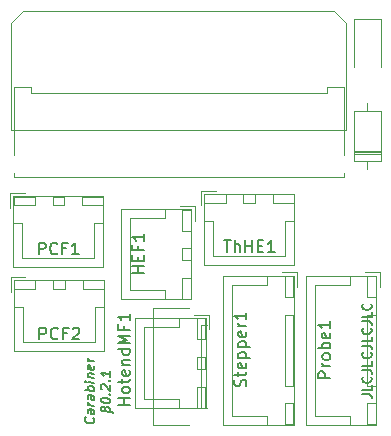
<source format=gbr>
G04 #@! TF.GenerationSoftware,KiCad,Pcbnew,5.1.6+dfsg1-1*
G04 #@! TF.CreationDate,2020-12-20T23:12:48+01:00*
G04 #@! TF.ProjectId,carabiner,63617261-6269-46e6-9572-2e6b69636164,rev?*
G04 #@! TF.SameCoordinates,Original*
G04 #@! TF.FileFunction,Legend,Top*
G04 #@! TF.FilePolarity,Positive*
%FSLAX46Y46*%
G04 Gerber Fmt 4.6, Leading zero omitted, Abs format (unit mm)*
G04 Created by KiCad (PCBNEW 5.1.6+dfsg1-1) date 2020-12-20 23:12:48*
%MOMM*%
%LPD*%
G01*
G04 APERTURE LIST*
%ADD10C,0.150000*%
%ADD11C,0.120000*%
G04 APERTURE END LIST*
D10*
X57910714Y-68001473D02*
X57948809Y-68044330D01*
X57986904Y-68163377D01*
X57986904Y-68239568D01*
X57948809Y-68349092D01*
X57872619Y-68415758D01*
X57796428Y-68444330D01*
X57644047Y-68463377D01*
X57529761Y-68449092D01*
X57377380Y-68391949D01*
X57301190Y-68344330D01*
X57225000Y-68258616D01*
X57186904Y-68139568D01*
X57186904Y-68063377D01*
X57225000Y-67953854D01*
X57263095Y-67920520D01*
X57986904Y-67325282D02*
X57567857Y-67272901D01*
X57491666Y-67301473D01*
X57453571Y-67372901D01*
X57453571Y-67525282D01*
X57491666Y-67606235D01*
X57948809Y-67320520D02*
X57986904Y-67401473D01*
X57986904Y-67591949D01*
X57948809Y-67663377D01*
X57872619Y-67691949D01*
X57796428Y-67682425D01*
X57720238Y-67634806D01*
X57682142Y-67553854D01*
X57682142Y-67363377D01*
X57644047Y-67282425D01*
X57986904Y-66944330D02*
X57453571Y-66877663D01*
X57605952Y-66896711D02*
X57529761Y-66849092D01*
X57491666Y-66806235D01*
X57453571Y-66725282D01*
X57453571Y-66649092D01*
X57986904Y-66106235D02*
X57567857Y-66053854D01*
X57491666Y-66082425D01*
X57453571Y-66153854D01*
X57453571Y-66306235D01*
X57491666Y-66387187D01*
X57948809Y-66101473D02*
X57986904Y-66182425D01*
X57986904Y-66372901D01*
X57948809Y-66444330D01*
X57872619Y-66472901D01*
X57796428Y-66463377D01*
X57720238Y-66415758D01*
X57682142Y-66334806D01*
X57682142Y-66144330D01*
X57644047Y-66063377D01*
X57986904Y-65725282D02*
X57186904Y-65625282D01*
X57491666Y-65663377D02*
X57453571Y-65582425D01*
X57453571Y-65430044D01*
X57491666Y-65358616D01*
X57529761Y-65325282D01*
X57605952Y-65296711D01*
X57834523Y-65325282D01*
X57910714Y-65372901D01*
X57948809Y-65415758D01*
X57986904Y-65496711D01*
X57986904Y-65649092D01*
X57948809Y-65720520D01*
X57986904Y-65001473D02*
X57453571Y-64934806D01*
X57186904Y-64901473D02*
X57225000Y-64944330D01*
X57263095Y-64910997D01*
X57225000Y-64868139D01*
X57186904Y-64901473D01*
X57263095Y-64910997D01*
X57453571Y-64553854D02*
X57986904Y-64620520D01*
X57529761Y-64563377D02*
X57491666Y-64520520D01*
X57453571Y-64439568D01*
X57453571Y-64325282D01*
X57491666Y-64253854D01*
X57567857Y-64225282D01*
X57986904Y-64277663D01*
X57948809Y-63587187D02*
X57986904Y-63668139D01*
X57986904Y-63820520D01*
X57948809Y-63891949D01*
X57872619Y-63920520D01*
X57567857Y-63882425D01*
X57491666Y-63834806D01*
X57453571Y-63753854D01*
X57453571Y-63601473D01*
X57491666Y-63530044D01*
X57567857Y-63501473D01*
X57644047Y-63510997D01*
X57720238Y-63901473D01*
X57986904Y-63210997D02*
X57453571Y-63144330D01*
X57605952Y-63163377D02*
X57529761Y-63115758D01*
X57491666Y-63072901D01*
X57453571Y-62991949D01*
X57453571Y-62915758D01*
X58879761Y-67191949D02*
X58917857Y-67120520D01*
X58955952Y-67087187D01*
X59032142Y-67058616D01*
X59184523Y-67077663D01*
X59260714Y-67125282D01*
X59298809Y-67168139D01*
X59336904Y-67249092D01*
X59336904Y-67363377D01*
X59298809Y-67434806D01*
X59260714Y-67468139D01*
X59603571Y-67587187D02*
X59565476Y-67544330D01*
X59489285Y-67496711D01*
X58651190Y-67391949D01*
X58575000Y-67344330D01*
X58536904Y-67263377D01*
X58536904Y-67149092D01*
X58575000Y-67077663D01*
X58651190Y-67049092D01*
X58765476Y-67063377D01*
X58841666Y-67110997D01*
X58879761Y-67191949D01*
X58879761Y-67268139D01*
X58536904Y-66501473D02*
X58536904Y-66425282D01*
X58575000Y-66353854D01*
X58613095Y-66320520D01*
X58689285Y-66291949D01*
X58841666Y-66272901D01*
X59032142Y-66296711D01*
X59184523Y-66353854D01*
X59260714Y-66401473D01*
X59298809Y-66444330D01*
X59336904Y-66525282D01*
X59336904Y-66601473D01*
X59298809Y-66672901D01*
X59260714Y-66706235D01*
X59184523Y-66734806D01*
X59032142Y-66753854D01*
X58841666Y-66730044D01*
X58689285Y-66672901D01*
X58613095Y-66625282D01*
X58575000Y-66582425D01*
X58536904Y-66501473D01*
X59260714Y-65982425D02*
X59298809Y-65949092D01*
X59336904Y-65991949D01*
X59298809Y-66025282D01*
X59260714Y-65982425D01*
X59336904Y-65991949D01*
X58613095Y-65558616D02*
X58575000Y-65515758D01*
X58536904Y-65434806D01*
X58536904Y-65244330D01*
X58575000Y-65172901D01*
X58613095Y-65139568D01*
X58689285Y-65110997D01*
X58765476Y-65120520D01*
X58879761Y-65172901D01*
X59336904Y-65687187D01*
X59336904Y-65191949D01*
X59260714Y-64839568D02*
X59298809Y-64806235D01*
X59336904Y-64849092D01*
X59298809Y-64882425D01*
X59260714Y-64839568D01*
X59336904Y-64849092D01*
X59336904Y-64049092D02*
X59336904Y-64506235D01*
X59336904Y-64277663D02*
X58536904Y-64177663D01*
X58651190Y-64268139D01*
X58727380Y-64353854D01*
X58765476Y-64434806D01*
X80661904Y-65995238D02*
X81233333Y-65995238D01*
X81347619Y-66033333D01*
X81423809Y-66109523D01*
X81461904Y-66223809D01*
X81461904Y-66300000D01*
X81461904Y-65233333D02*
X81461904Y-65614285D01*
X80661904Y-65614285D01*
X81385714Y-64509523D02*
X81423809Y-64547619D01*
X81461904Y-64661904D01*
X81461904Y-64738095D01*
X81423809Y-64852380D01*
X81347619Y-64928571D01*
X81271428Y-64966666D01*
X81119047Y-65004761D01*
X81004761Y-65004761D01*
X80852380Y-64966666D01*
X80776190Y-64928571D01*
X80700000Y-64852380D01*
X80661904Y-64738095D01*
X80661904Y-64661904D01*
X80700000Y-64547619D01*
X80738095Y-64509523D01*
X80661904Y-63938095D02*
X81233333Y-63938095D01*
X81347619Y-63976190D01*
X81423809Y-64052380D01*
X81461904Y-64166666D01*
X81461904Y-64242857D01*
X81461904Y-63176190D02*
X81461904Y-63557142D01*
X80661904Y-63557142D01*
X81385714Y-62452380D02*
X81423809Y-62490476D01*
X81461904Y-62604761D01*
X81461904Y-62680952D01*
X81423809Y-62795238D01*
X81347619Y-62871428D01*
X81271428Y-62909523D01*
X81119047Y-62947619D01*
X81004761Y-62947619D01*
X80852380Y-62909523D01*
X80776190Y-62871428D01*
X80700000Y-62795238D01*
X80661904Y-62680952D01*
X80661904Y-62604761D01*
X80700000Y-62490476D01*
X80738095Y-62452380D01*
X80661904Y-61880952D02*
X81233333Y-61880952D01*
X81347619Y-61919047D01*
X81423809Y-61995238D01*
X81461904Y-62109523D01*
X81461904Y-62185714D01*
X81461904Y-61119047D02*
X81461904Y-61500000D01*
X80661904Y-61500000D01*
X81385714Y-60395238D02*
X81423809Y-60433333D01*
X81461904Y-60547619D01*
X81461904Y-60623809D01*
X81423809Y-60738095D01*
X81347619Y-60814285D01*
X81271428Y-60852380D01*
X81119047Y-60890476D01*
X81004761Y-60890476D01*
X80852380Y-60852380D01*
X80776190Y-60814285D01*
X80700000Y-60738095D01*
X80661904Y-60623809D01*
X80661904Y-60547619D01*
X80700000Y-60433333D01*
X80738095Y-60395238D01*
X80661904Y-59823809D02*
X81233333Y-59823809D01*
X81347619Y-59861904D01*
X81423809Y-59938095D01*
X81461904Y-60052380D01*
X81461904Y-60128571D01*
X81461904Y-59061904D02*
X81461904Y-59442857D01*
X80661904Y-59442857D01*
X81385714Y-58338095D02*
X81423809Y-58376190D01*
X81461904Y-58490476D01*
X81461904Y-58566666D01*
X81423809Y-58680952D01*
X81347619Y-58757142D01*
X81271428Y-58795238D01*
X81119047Y-58833333D01*
X81004761Y-58833333D01*
X80852380Y-58795238D01*
X80776190Y-58757142D01*
X80700000Y-58680952D01*
X80661904Y-58566666D01*
X80661904Y-58490476D01*
X80700000Y-58376190D01*
X80738095Y-58338095D01*
D11*
X51215000Y-47250000D02*
X51215000Y-47560000D01*
X51215000Y-47560000D02*
X79085000Y-47560000D01*
X79085000Y-47560000D02*
X79085000Y-47250000D01*
X51215000Y-45730000D02*
X51215000Y-39970000D01*
X51215000Y-39970000D02*
X52635000Y-39970000D01*
X52635000Y-39970000D02*
X52635000Y-40470000D01*
X52635000Y-40470000D02*
X77665000Y-40470000D01*
X77665000Y-40470000D02*
X77665000Y-39970000D01*
X77665000Y-39970000D02*
X79085000Y-39970000D01*
X79085000Y-39970000D02*
X79085000Y-45730000D01*
X82235000Y-38300000D02*
X82235000Y-34240000D01*
X82235000Y-34240000D02*
X79965000Y-34240000D01*
X79965000Y-34240000D02*
X79965000Y-38300000D01*
X50945000Y-43650000D02*
X50945000Y-34520000D01*
X50945000Y-34520000D02*
X51945000Y-33520000D01*
X51945000Y-33520000D02*
X78315000Y-33520000D01*
X78315000Y-33520000D02*
X79315000Y-34520000D01*
X79315000Y-34520000D02*
X79315000Y-43650000D01*
X79315000Y-43650000D02*
X50945000Y-43650000D01*
X67410000Y-59540000D02*
X61440000Y-59540000D01*
X61440000Y-59540000D02*
X61440000Y-67160000D01*
X61440000Y-67160000D02*
X67410000Y-67160000D01*
X67410000Y-67160000D02*
X67410000Y-59540000D01*
X67400000Y-62850000D02*
X66650000Y-62850000D01*
X66650000Y-62850000D02*
X66650000Y-63850000D01*
X66650000Y-63850000D02*
X67400000Y-63850000D01*
X67400000Y-63850000D02*
X67400000Y-62850000D01*
X67400000Y-59550000D02*
X66650000Y-59550000D01*
X66650000Y-59550000D02*
X66650000Y-61350000D01*
X66650000Y-61350000D02*
X67400000Y-61350000D01*
X67400000Y-61350000D02*
X67400000Y-59550000D01*
X67400000Y-65350000D02*
X66650000Y-65350000D01*
X66650000Y-65350000D02*
X66650000Y-67150000D01*
X66650000Y-67150000D02*
X67400000Y-67150000D01*
X67400000Y-67150000D02*
X67400000Y-65350000D01*
X65150000Y-59550000D02*
X65150000Y-60300000D01*
X65150000Y-60300000D02*
X62200000Y-60300000D01*
X62200000Y-60300000D02*
X62200000Y-63350000D01*
X65150000Y-67150000D02*
X65150000Y-66400000D01*
X65150000Y-66400000D02*
X62200000Y-66400000D01*
X62200000Y-66400000D02*
X62200000Y-63350000D01*
X67700000Y-60500000D02*
X67700000Y-59250000D01*
X67700000Y-59250000D02*
X66450000Y-59250000D01*
X67290000Y-49040000D02*
X67290000Y-55010000D01*
X67290000Y-55010000D02*
X74910000Y-55010000D01*
X74910000Y-55010000D02*
X74910000Y-49040000D01*
X74910000Y-49040000D02*
X67290000Y-49040000D01*
X70600000Y-49050000D02*
X70600000Y-49800000D01*
X70600000Y-49800000D02*
X71600000Y-49800000D01*
X71600000Y-49800000D02*
X71600000Y-49050000D01*
X71600000Y-49050000D02*
X70600000Y-49050000D01*
X67300000Y-49050000D02*
X67300000Y-49800000D01*
X67300000Y-49800000D02*
X69100000Y-49800000D01*
X69100000Y-49800000D02*
X69100000Y-49050000D01*
X69100000Y-49050000D02*
X67300000Y-49050000D01*
X73100000Y-49050000D02*
X73100000Y-49800000D01*
X73100000Y-49800000D02*
X74900000Y-49800000D01*
X74900000Y-49800000D02*
X74900000Y-49050000D01*
X74900000Y-49050000D02*
X73100000Y-49050000D01*
X67300000Y-51300000D02*
X68050000Y-51300000D01*
X68050000Y-51300000D02*
X68050000Y-54250000D01*
X68050000Y-54250000D02*
X71100000Y-54250000D01*
X74900000Y-51300000D02*
X74150000Y-51300000D01*
X74150000Y-51300000D02*
X74150000Y-54250000D01*
X74150000Y-54250000D02*
X71100000Y-54250000D01*
X68250000Y-48750000D02*
X67000000Y-48750000D01*
X67000000Y-48750000D02*
X67000000Y-50000000D01*
X74860000Y-55940000D02*
X68890000Y-55940000D01*
X68890000Y-55940000D02*
X68890000Y-68560000D01*
X68890000Y-68560000D02*
X74860000Y-68560000D01*
X74860000Y-68560000D02*
X74860000Y-55940000D01*
X74850000Y-59250000D02*
X74100000Y-59250000D01*
X74100000Y-59250000D02*
X74100000Y-65250000D01*
X74100000Y-65250000D02*
X74850000Y-65250000D01*
X74850000Y-65250000D02*
X74850000Y-59250000D01*
X74850000Y-55950000D02*
X74100000Y-55950000D01*
X74100000Y-55950000D02*
X74100000Y-57750000D01*
X74100000Y-57750000D02*
X74850000Y-57750000D01*
X74850000Y-57750000D02*
X74850000Y-55950000D01*
X74850000Y-66750000D02*
X74100000Y-66750000D01*
X74100000Y-66750000D02*
X74100000Y-68550000D01*
X74100000Y-68550000D02*
X74850000Y-68550000D01*
X74850000Y-68550000D02*
X74850000Y-66750000D01*
X72600000Y-55950000D02*
X72600000Y-56700000D01*
X72600000Y-56700000D02*
X69650000Y-56700000D01*
X69650000Y-56700000D02*
X69650000Y-62250000D01*
X72600000Y-68550000D02*
X72600000Y-67800000D01*
X72600000Y-67800000D02*
X69650000Y-67800000D01*
X69650000Y-67800000D02*
X69650000Y-62250000D01*
X75150000Y-56900000D02*
X75150000Y-55650000D01*
X75150000Y-55650000D02*
X73900000Y-55650000D01*
X81860000Y-55940000D02*
X75890000Y-55940000D01*
X75890000Y-55940000D02*
X75890000Y-68560000D01*
X75890000Y-68560000D02*
X81860000Y-68560000D01*
X81860000Y-68560000D02*
X81860000Y-55940000D01*
X81850000Y-59250000D02*
X81100000Y-59250000D01*
X81100000Y-59250000D02*
X81100000Y-65250000D01*
X81100000Y-65250000D02*
X81850000Y-65250000D01*
X81850000Y-65250000D02*
X81850000Y-59250000D01*
X81850000Y-55950000D02*
X81100000Y-55950000D01*
X81100000Y-55950000D02*
X81100000Y-57750000D01*
X81100000Y-57750000D02*
X81850000Y-57750000D01*
X81850000Y-57750000D02*
X81850000Y-55950000D01*
X81850000Y-66750000D02*
X81100000Y-66750000D01*
X81100000Y-66750000D02*
X81100000Y-68550000D01*
X81100000Y-68550000D02*
X81850000Y-68550000D01*
X81850000Y-68550000D02*
X81850000Y-66750000D01*
X79600000Y-55950000D02*
X79600000Y-56700000D01*
X79600000Y-56700000D02*
X76650000Y-56700000D01*
X76650000Y-56700000D02*
X76650000Y-62250000D01*
X79600000Y-68550000D02*
X79600000Y-67800000D01*
X79600000Y-67800000D02*
X76650000Y-67800000D01*
X76650000Y-67800000D02*
X76650000Y-62250000D01*
X82150000Y-56900000D02*
X82150000Y-55650000D01*
X82150000Y-55650000D02*
X80900000Y-55650000D01*
X51190000Y-56340000D02*
X51190000Y-62310000D01*
X51190000Y-62310000D02*
X58810000Y-62310000D01*
X58810000Y-62310000D02*
X58810000Y-56340000D01*
X58810000Y-56340000D02*
X51190000Y-56340000D01*
X54500000Y-56350000D02*
X54500000Y-57100000D01*
X54500000Y-57100000D02*
X55500000Y-57100000D01*
X55500000Y-57100000D02*
X55500000Y-56350000D01*
X55500000Y-56350000D02*
X54500000Y-56350000D01*
X51200000Y-56350000D02*
X51200000Y-57100000D01*
X51200000Y-57100000D02*
X53000000Y-57100000D01*
X53000000Y-57100000D02*
X53000000Y-56350000D01*
X53000000Y-56350000D02*
X51200000Y-56350000D01*
X57000000Y-56350000D02*
X57000000Y-57100000D01*
X57000000Y-57100000D02*
X58800000Y-57100000D01*
X58800000Y-57100000D02*
X58800000Y-56350000D01*
X58800000Y-56350000D02*
X57000000Y-56350000D01*
X51200000Y-58600000D02*
X51950000Y-58600000D01*
X51950000Y-58600000D02*
X51950000Y-61550000D01*
X51950000Y-61550000D02*
X55000000Y-61550000D01*
X58800000Y-58600000D02*
X58050000Y-58600000D01*
X58050000Y-58600000D02*
X58050000Y-61550000D01*
X58050000Y-61550000D02*
X55000000Y-61550000D01*
X52150000Y-56050000D02*
X50900000Y-56050000D01*
X50900000Y-56050000D02*
X50900000Y-57300000D01*
X51140000Y-49240000D02*
X51140000Y-55210000D01*
X51140000Y-55210000D02*
X58760000Y-55210000D01*
X58760000Y-55210000D02*
X58760000Y-49240000D01*
X58760000Y-49240000D02*
X51140000Y-49240000D01*
X54450000Y-49250000D02*
X54450000Y-50000000D01*
X54450000Y-50000000D02*
X55450000Y-50000000D01*
X55450000Y-50000000D02*
X55450000Y-49250000D01*
X55450000Y-49250000D02*
X54450000Y-49250000D01*
X51150000Y-49250000D02*
X51150000Y-50000000D01*
X51150000Y-50000000D02*
X52950000Y-50000000D01*
X52950000Y-50000000D02*
X52950000Y-49250000D01*
X52950000Y-49250000D02*
X51150000Y-49250000D01*
X56950000Y-49250000D02*
X56950000Y-50000000D01*
X56950000Y-50000000D02*
X58750000Y-50000000D01*
X58750000Y-50000000D02*
X58750000Y-49250000D01*
X58750000Y-49250000D02*
X56950000Y-49250000D01*
X51150000Y-51500000D02*
X51900000Y-51500000D01*
X51900000Y-51500000D02*
X51900000Y-54450000D01*
X51900000Y-54450000D02*
X54950000Y-54450000D01*
X58750000Y-51500000D02*
X58000000Y-51500000D01*
X58000000Y-51500000D02*
X58000000Y-54450000D01*
X58000000Y-54450000D02*
X54950000Y-54450000D01*
X52100000Y-48950000D02*
X50850000Y-48950000D01*
X50850000Y-48950000D02*
X50850000Y-50200000D01*
X66210000Y-50340000D02*
X60240000Y-50340000D01*
X60240000Y-50340000D02*
X60240000Y-57960000D01*
X60240000Y-57960000D02*
X66210000Y-57960000D01*
X66210000Y-57960000D02*
X66210000Y-50340000D01*
X66200000Y-53650000D02*
X65450000Y-53650000D01*
X65450000Y-53650000D02*
X65450000Y-54650000D01*
X65450000Y-54650000D02*
X66200000Y-54650000D01*
X66200000Y-54650000D02*
X66200000Y-53650000D01*
X66200000Y-50350000D02*
X65450000Y-50350000D01*
X65450000Y-50350000D02*
X65450000Y-52150000D01*
X65450000Y-52150000D02*
X66200000Y-52150000D01*
X66200000Y-52150000D02*
X66200000Y-50350000D01*
X66200000Y-56150000D02*
X65450000Y-56150000D01*
X65450000Y-56150000D02*
X65450000Y-57950000D01*
X65450000Y-57950000D02*
X66200000Y-57950000D01*
X66200000Y-57950000D02*
X66200000Y-56150000D01*
X63950000Y-50350000D02*
X63950000Y-51100000D01*
X63950000Y-51100000D02*
X61000000Y-51100000D01*
X61000000Y-51100000D02*
X61000000Y-54150000D01*
X63950000Y-57950000D02*
X63950000Y-57200000D01*
X63950000Y-57200000D02*
X61000000Y-57200000D01*
X61000000Y-57200000D02*
X61000000Y-54150000D01*
X66500000Y-51300000D02*
X66500000Y-50050000D01*
X66500000Y-50050000D02*
X65250000Y-50050000D01*
X66015000Y-58715000D02*
X62940000Y-58715000D01*
X62940000Y-58715000D02*
X62940000Y-68585000D01*
X62940000Y-68585000D02*
X66015000Y-68585000D01*
X67530000Y-60155000D02*
X67530000Y-60135000D01*
X67530000Y-60135000D02*
X67030000Y-60135000D01*
X67030000Y-60135000D02*
X67030000Y-67165000D01*
X67030000Y-67165000D02*
X67530000Y-67165000D01*
X67530000Y-67165000D02*
X67530000Y-67145000D01*
X79980000Y-46230000D02*
X82220000Y-46230000D01*
X82220000Y-46230000D02*
X82220000Y-41990000D01*
X82220000Y-41990000D02*
X79980000Y-41990000D01*
X79980000Y-41990000D02*
X79980000Y-46230000D01*
X81100000Y-46880000D02*
X81100000Y-46230000D01*
X81100000Y-41340000D02*
X81100000Y-41990000D01*
X79980000Y-45510000D02*
X82220000Y-45510000D01*
X79980000Y-45390000D02*
X82220000Y-45390000D01*
X79980000Y-45630000D02*
X82220000Y-45630000D01*
D10*
X68959523Y-52952380D02*
X69530952Y-52952380D01*
X69245238Y-53952380D02*
X69245238Y-52952380D01*
X69864285Y-53952380D02*
X69864285Y-52952380D01*
X70292857Y-53952380D02*
X70292857Y-53428571D01*
X70245238Y-53333333D01*
X70150000Y-53285714D01*
X70007142Y-53285714D01*
X69911904Y-53333333D01*
X69864285Y-53380952D01*
X70769047Y-53952380D02*
X70769047Y-52952380D01*
X70769047Y-53428571D02*
X71340476Y-53428571D01*
X71340476Y-53952380D02*
X71340476Y-52952380D01*
X71816666Y-53428571D02*
X72150000Y-53428571D01*
X72292857Y-53952380D02*
X71816666Y-53952380D01*
X71816666Y-52952380D01*
X72292857Y-52952380D01*
X73245238Y-53952380D02*
X72673809Y-53952380D01*
X72959523Y-53952380D02*
X72959523Y-52952380D01*
X72864285Y-53095238D01*
X72769047Y-53190476D01*
X72673809Y-53238095D01*
X70804761Y-65319047D02*
X70852380Y-65176190D01*
X70852380Y-64938095D01*
X70804761Y-64842857D01*
X70757142Y-64795238D01*
X70661904Y-64747619D01*
X70566666Y-64747619D01*
X70471428Y-64795238D01*
X70423809Y-64842857D01*
X70376190Y-64938095D01*
X70328571Y-65128571D01*
X70280952Y-65223809D01*
X70233333Y-65271428D01*
X70138095Y-65319047D01*
X70042857Y-65319047D01*
X69947619Y-65271428D01*
X69900000Y-65223809D01*
X69852380Y-65128571D01*
X69852380Y-64890476D01*
X69900000Y-64747619D01*
X70185714Y-64461904D02*
X70185714Y-64080952D01*
X69852380Y-64319047D02*
X70709523Y-64319047D01*
X70804761Y-64271428D01*
X70852380Y-64176190D01*
X70852380Y-64080952D01*
X70804761Y-63366666D02*
X70852380Y-63461904D01*
X70852380Y-63652380D01*
X70804761Y-63747619D01*
X70709523Y-63795238D01*
X70328571Y-63795238D01*
X70233333Y-63747619D01*
X70185714Y-63652380D01*
X70185714Y-63461904D01*
X70233333Y-63366666D01*
X70328571Y-63319047D01*
X70423809Y-63319047D01*
X70519047Y-63795238D01*
X70185714Y-62890476D02*
X71185714Y-62890476D01*
X70233333Y-62890476D02*
X70185714Y-62795238D01*
X70185714Y-62604761D01*
X70233333Y-62509523D01*
X70280952Y-62461904D01*
X70376190Y-62414285D01*
X70661904Y-62414285D01*
X70757142Y-62461904D01*
X70804761Y-62509523D01*
X70852380Y-62604761D01*
X70852380Y-62795238D01*
X70804761Y-62890476D01*
X70185714Y-61985714D02*
X71185714Y-61985714D01*
X70233333Y-61985714D02*
X70185714Y-61890476D01*
X70185714Y-61700000D01*
X70233333Y-61604761D01*
X70280952Y-61557142D01*
X70376190Y-61509523D01*
X70661904Y-61509523D01*
X70757142Y-61557142D01*
X70804761Y-61604761D01*
X70852380Y-61700000D01*
X70852380Y-61890476D01*
X70804761Y-61985714D01*
X70804761Y-60700000D02*
X70852380Y-60795238D01*
X70852380Y-60985714D01*
X70804761Y-61080952D01*
X70709523Y-61128571D01*
X70328571Y-61128571D01*
X70233333Y-61080952D01*
X70185714Y-60985714D01*
X70185714Y-60795238D01*
X70233333Y-60700000D01*
X70328571Y-60652380D01*
X70423809Y-60652380D01*
X70519047Y-61128571D01*
X70852380Y-60223809D02*
X70185714Y-60223809D01*
X70376190Y-60223809D02*
X70280952Y-60176190D01*
X70233333Y-60128571D01*
X70185714Y-60033333D01*
X70185714Y-59938095D01*
X70852380Y-59080952D02*
X70852380Y-59652380D01*
X70852380Y-59366666D02*
X69852380Y-59366666D01*
X69995238Y-59461904D01*
X70090476Y-59557142D01*
X70138095Y-59652380D01*
X77952380Y-64630952D02*
X76952380Y-64630952D01*
X76952380Y-64250000D01*
X77000000Y-64154761D01*
X77047619Y-64107142D01*
X77142857Y-64059523D01*
X77285714Y-64059523D01*
X77380952Y-64107142D01*
X77428571Y-64154761D01*
X77476190Y-64250000D01*
X77476190Y-64630952D01*
X77952380Y-63630952D02*
X77285714Y-63630952D01*
X77476190Y-63630952D02*
X77380952Y-63583333D01*
X77333333Y-63535714D01*
X77285714Y-63440476D01*
X77285714Y-63345238D01*
X77952380Y-62869047D02*
X77904761Y-62964285D01*
X77857142Y-63011904D01*
X77761904Y-63059523D01*
X77476190Y-63059523D01*
X77380952Y-63011904D01*
X77333333Y-62964285D01*
X77285714Y-62869047D01*
X77285714Y-62726190D01*
X77333333Y-62630952D01*
X77380952Y-62583333D01*
X77476190Y-62535714D01*
X77761904Y-62535714D01*
X77857142Y-62583333D01*
X77904761Y-62630952D01*
X77952380Y-62726190D01*
X77952380Y-62869047D01*
X77952380Y-62107142D02*
X76952380Y-62107142D01*
X77333333Y-62107142D02*
X77285714Y-62011904D01*
X77285714Y-61821428D01*
X77333333Y-61726190D01*
X77380952Y-61678571D01*
X77476190Y-61630952D01*
X77761904Y-61630952D01*
X77857142Y-61678571D01*
X77904761Y-61726190D01*
X77952380Y-61821428D01*
X77952380Y-62011904D01*
X77904761Y-62107142D01*
X77904761Y-60821428D02*
X77952380Y-60916666D01*
X77952380Y-61107142D01*
X77904761Y-61202380D01*
X77809523Y-61250000D01*
X77428571Y-61250000D01*
X77333333Y-61202380D01*
X77285714Y-61107142D01*
X77285714Y-60916666D01*
X77333333Y-60821428D01*
X77428571Y-60773809D01*
X77523809Y-60773809D01*
X77619047Y-61250000D01*
X77952380Y-59821428D02*
X77952380Y-60392857D01*
X77952380Y-60107142D02*
X76952380Y-60107142D01*
X77095238Y-60202380D01*
X77190476Y-60297619D01*
X77238095Y-60392857D01*
X53333333Y-61352380D02*
X53333333Y-60352380D01*
X53714285Y-60352380D01*
X53809523Y-60400000D01*
X53857142Y-60447619D01*
X53904761Y-60542857D01*
X53904761Y-60685714D01*
X53857142Y-60780952D01*
X53809523Y-60828571D01*
X53714285Y-60876190D01*
X53333333Y-60876190D01*
X54904761Y-61257142D02*
X54857142Y-61304761D01*
X54714285Y-61352380D01*
X54619047Y-61352380D01*
X54476190Y-61304761D01*
X54380952Y-61209523D01*
X54333333Y-61114285D01*
X54285714Y-60923809D01*
X54285714Y-60780952D01*
X54333333Y-60590476D01*
X54380952Y-60495238D01*
X54476190Y-60400000D01*
X54619047Y-60352380D01*
X54714285Y-60352380D01*
X54857142Y-60400000D01*
X54904761Y-60447619D01*
X55666666Y-60828571D02*
X55333333Y-60828571D01*
X55333333Y-61352380D02*
X55333333Y-60352380D01*
X55809523Y-60352380D01*
X56142857Y-60447619D02*
X56190476Y-60400000D01*
X56285714Y-60352380D01*
X56523809Y-60352380D01*
X56619047Y-60400000D01*
X56666666Y-60447619D01*
X56714285Y-60542857D01*
X56714285Y-60638095D01*
X56666666Y-60780952D01*
X56095238Y-61352380D01*
X56714285Y-61352380D01*
X53283333Y-54152380D02*
X53283333Y-53152380D01*
X53664285Y-53152380D01*
X53759523Y-53200000D01*
X53807142Y-53247619D01*
X53854761Y-53342857D01*
X53854761Y-53485714D01*
X53807142Y-53580952D01*
X53759523Y-53628571D01*
X53664285Y-53676190D01*
X53283333Y-53676190D01*
X54854761Y-54057142D02*
X54807142Y-54104761D01*
X54664285Y-54152380D01*
X54569047Y-54152380D01*
X54426190Y-54104761D01*
X54330952Y-54009523D01*
X54283333Y-53914285D01*
X54235714Y-53723809D01*
X54235714Y-53580952D01*
X54283333Y-53390476D01*
X54330952Y-53295238D01*
X54426190Y-53200000D01*
X54569047Y-53152380D01*
X54664285Y-53152380D01*
X54807142Y-53200000D01*
X54854761Y-53247619D01*
X55616666Y-53628571D02*
X55283333Y-53628571D01*
X55283333Y-54152380D02*
X55283333Y-53152380D01*
X55759523Y-53152380D01*
X56664285Y-54152380D02*
X56092857Y-54152380D01*
X56378571Y-54152380D02*
X56378571Y-53152380D01*
X56283333Y-53295238D01*
X56188095Y-53390476D01*
X56092857Y-53438095D01*
X62202380Y-55742857D02*
X61202380Y-55742857D01*
X61678571Y-55742857D02*
X61678571Y-55171428D01*
X62202380Y-55171428D02*
X61202380Y-55171428D01*
X61678571Y-54695238D02*
X61678571Y-54361904D01*
X62202380Y-54219047D02*
X62202380Y-54695238D01*
X61202380Y-54695238D01*
X61202380Y-54219047D01*
X61678571Y-53457142D02*
X61678571Y-53790476D01*
X62202380Y-53790476D02*
X61202380Y-53790476D01*
X61202380Y-53314285D01*
X62202380Y-52409523D02*
X62202380Y-52980952D01*
X62202380Y-52695238D02*
X61202380Y-52695238D01*
X61345238Y-52790476D01*
X61440476Y-52885714D01*
X61488095Y-52980952D01*
X61002380Y-66883333D02*
X60002380Y-66883333D01*
X60478571Y-66883333D02*
X60478571Y-66311904D01*
X61002380Y-66311904D02*
X60002380Y-66311904D01*
X61002380Y-65692857D02*
X60954761Y-65788095D01*
X60907142Y-65835714D01*
X60811904Y-65883333D01*
X60526190Y-65883333D01*
X60430952Y-65835714D01*
X60383333Y-65788095D01*
X60335714Y-65692857D01*
X60335714Y-65549999D01*
X60383333Y-65454761D01*
X60430952Y-65407142D01*
X60526190Y-65359523D01*
X60811904Y-65359523D01*
X60907142Y-65407142D01*
X60954761Y-65454761D01*
X61002380Y-65549999D01*
X61002380Y-65692857D01*
X60335714Y-65073809D02*
X60335714Y-64692857D01*
X60002380Y-64930952D02*
X60859523Y-64930952D01*
X60954761Y-64883333D01*
X61002380Y-64788095D01*
X61002380Y-64692857D01*
X60954761Y-63978571D02*
X61002380Y-64073809D01*
X61002380Y-64264285D01*
X60954761Y-64359523D01*
X60859523Y-64407142D01*
X60478571Y-64407142D01*
X60383333Y-64359523D01*
X60335714Y-64264285D01*
X60335714Y-64073809D01*
X60383333Y-63978571D01*
X60478571Y-63930952D01*
X60573809Y-63930952D01*
X60669047Y-64407142D01*
X60335714Y-63502380D02*
X61002380Y-63502380D01*
X60430952Y-63502380D02*
X60383333Y-63454761D01*
X60335714Y-63359523D01*
X60335714Y-63216666D01*
X60383333Y-63121428D01*
X60478571Y-63073809D01*
X61002380Y-63073809D01*
X61002380Y-62169047D02*
X60002380Y-62169047D01*
X60954761Y-62169047D02*
X61002380Y-62264285D01*
X61002380Y-62454761D01*
X60954761Y-62550000D01*
X60907142Y-62597619D01*
X60811904Y-62645238D01*
X60526190Y-62645238D01*
X60430952Y-62597619D01*
X60383333Y-62550000D01*
X60335714Y-62454761D01*
X60335714Y-62264285D01*
X60383333Y-62169047D01*
X61002380Y-61692857D02*
X60002380Y-61692857D01*
X60716666Y-61359523D01*
X60002380Y-61026190D01*
X61002380Y-61026190D01*
X60478571Y-60216666D02*
X60478571Y-60550000D01*
X61002380Y-60550000D02*
X60002380Y-60550000D01*
X60002380Y-60073809D01*
X61002380Y-59169047D02*
X61002380Y-59740476D01*
X61002380Y-59454761D02*
X60002380Y-59454761D01*
X60145238Y-59550000D01*
X60240476Y-59645238D01*
X60288095Y-59740476D01*
M02*

</source>
